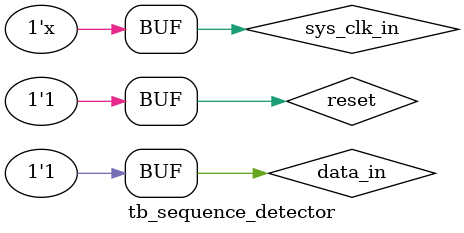
<source format=v>
`timescale 1ns/1ns
module tb_sequence_detector();
    reg sys_clk_in;
    reg reset;
    reg data_in;
    wire data;
    wire [7:0] data_bus;
    wire new_clk_out;
    wire led;


parameter clk_freq = 28'd1000_0000; // 10MHz clock input
parameter refreshHz = 28'd500_0000; // 5MHz refresh frequency

sequence_detector #(
    .clk_freq(clk_freq),
    .refreshHz(refreshHz)
) UUT1(
    .sys_clk_in(sys_clk_in),
    .reset(reset),
    .data_in(data_in),
    .data(data),
    .data_bus(data_bus),
    .new_clk_out(new_clk_out),
    .led(led)
);

initial 
begin
    // Initialize inputs
        sys_clk_in = 1'b0; // Initialize the clock input to 0
    #1  reset = 1'b1;  // Initialize the reset signal to 1
    #1  reset = 1'b0;  // Deassert the reset signal
    #1  reset = 1'b1;  // Assert the reset signal again
    #1  data_in = 1'b0; // Initialize the data input to 0
    // random sequence
    #19  data_in = 1'b1; // Set the data input to 1
    #20  data_in = 1'b0; // Set the data input to 0
    #20  data_in = 1'b1; // Set the data input to 1
    #20  data_in = 1'b1; // Set the data input to 1
    #20  data_in = 1'b0; // Set the data input to 0
    #20  data_in = 1'b0; // Set the data input to 0
    #20  data_in = 1'b1; // Set the data input to 1
    #20  data_in = 1'b0; // Set the data input to 0

    //correct sequence
    #20  data_in = 1'b1; // Set the data input to 1
    #20  data_in = 1'b0; // Set the data input to 0
    #20  data_in = 1'b1; // Set the data input to 1
    #20  data_in = 1'b1; // Set the data input to 1

    #20  data_in = 1'b1; // Set the data input to 1
    #20  data_in = 1'b0; // Set the data input to 0
    #20  data_in = 1'b0; // Set the data input to 0
    #20  data_in = 1'b1; // Set the data input to 1



end

always
begin
    #5 sys_clk_in = ~sys_clk_in; // Toggle the clock input every 5 time units
end

endmodule
</source>
